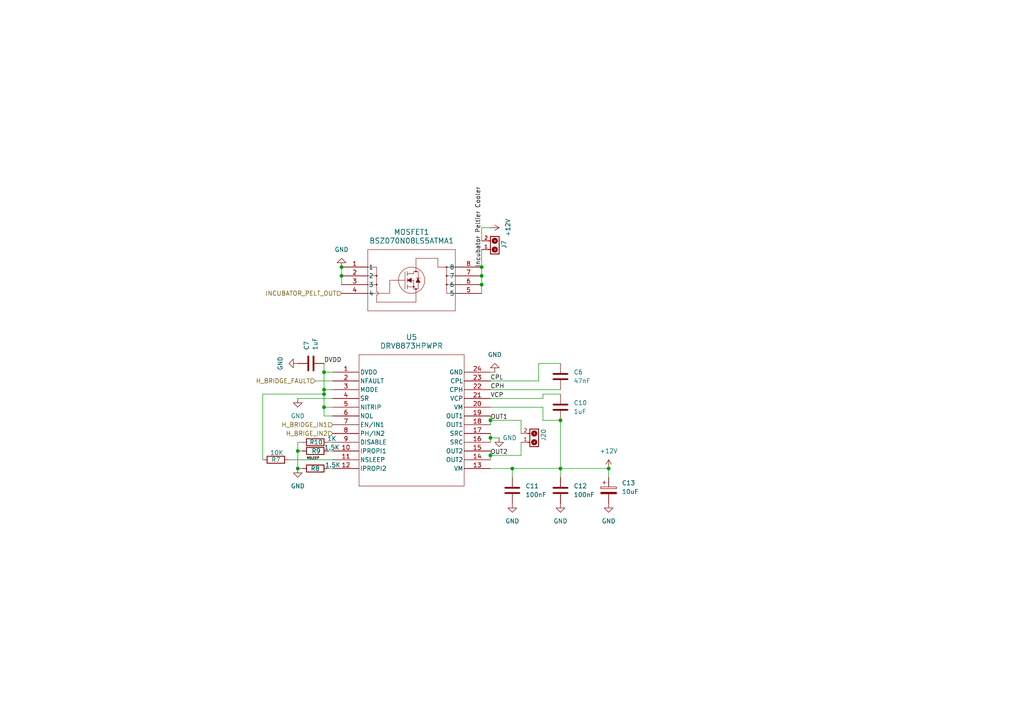
<source format=kicad_sch>
(kicad_sch (version 20231120) (generator "eeschema") (generator_version "8.0")
  (paper "A4")
  (lib_symbols
    (symbol "6620XX11122_66200211122:6620XX11122_66200211122" (pin_names (offset 1.016))
      (property "Reference" "J" (at 2.26 -0.555 0))
      (symbol "6620XX11122_66200211122_0_0"
        (circle (center -2.54 -1.27) (radius 0.254) (stroke (width 0.635)))
        (circle (center 0 -1.27) (radius 0.254) (stroke (width 0.635)))
        (polyline (pts (xy -3.81 -2.54) (xy -1.905 -2.54)) (stroke (width 0.254)))
        (polyline (pts (xy -3.81 -1.905) (xy -3.81 -2.54)) (stroke (width 0.254)))
        (polyline (pts (xy -3.81 0) (xy -3.81 -1.905)) (stroke (width 0.254)))
        (polyline (pts (xy -2.54 -3.175) (xy -2.54 -2.54)) (stroke (width 0.254)))
        (polyline (pts (xy -2.54 -1.27) (xy -2.54 -1.905)) (stroke (width 0.254)))
        (polyline (pts (xy -2.54 0) (xy -3.81 0)) (stroke (width 0.254)))
        (polyline (pts (xy -1.905 -2.54) (xy 0 -2.54)) (stroke (width 0.254)))
        (polyline (pts (xy -0.635 0) (xy -2.54 0)) (stroke (width 0.254)))
        (polyline (pts (xy 0 -3.175) (xy 0 -2.54)) (stroke (width 0.254)))
        (polyline (pts (xy 0 -2.54) (xy 1.27 -2.54)) (stroke (width 0.254)))
        (polyline (pts (xy 0 -1.27) (xy 0 -1.905)) (stroke (width 0.254)))
        (polyline (pts (xy 1.27 -2.54) (xy 1.27 -0.635)) (stroke (width 0.254)))
        (polyline (pts (xy 1.27 -0.635) (xy 1.27 0)) (stroke (width 0.254)))
        (polyline (pts (xy 1.27 0) (xy -0.635 0)) (stroke (width 0.254)))
        (pin passive line (at 0 -5.08 90) (length 2.54) (name "~") (number "1"))
        (pin passive line (at -2.54 -5.08 90) (length 2.54) (name "~") (number "2"))
      )
    )
    (symbol "BSZ070N08LS5ATMA1:BSZ070N08LS5ATMA1" (pin_names (offset 0.254))
      (property "Reference" "MOSFET" (at 20.32 10.16 0))
      (property "Value" "BSZ070N08LS5ATMA1" (at 20.32 7.62 0))
      (symbol "BSZ070N08LS5ATMA1_0_1"
        (polyline (pts (xy 7.62 -12.7) (xy 33.02 -12.7)) (stroke (width 0.127)))
        (polyline (pts (xy 7.62 -7.62) (xy 13.97 -7.62)) (stroke (width 0.127)))
        (polyline (pts (xy 7.62 -5.08) (xy 10.16 -5.08)) (stroke (width 0.127)))
        (polyline (pts (xy 7.62 -2.54) (xy 10.16 -2.54)) (stroke (width 0.127)))
        (polyline (pts (xy 7.62 0) (xy 10.16 0)) (stroke (width 0.127)))
        (polyline (pts (xy 7.62 5.08) (xy 7.62 -12.7)) (stroke (width 0.127)))
        (polyline (pts (xy 10.16 -10.16) (xy 21.59 -10.16)) (stroke (width 0.127)))
        (polyline (pts (xy 10.16 -8.128) (xy 10.16 -10.16)) (stroke (width 0.127)))
        (polyline (pts (xy 10.16 0) (xy 10.16 -7.112)) (stroke (width 0.127)))
        (polyline (pts (xy 13.97 -7.62) (xy 13.97 -3.81)) (stroke (width 0.127)))
        (polyline (pts (xy 13.97 -3.81) (xy 18.415 -3.81)) (stroke (width 0.127)))
        (polyline (pts (xy 18.415 -6.35) (xy 18.415 -1.27)) (stroke (width 0.127)))
        (polyline (pts (xy 19.05 -6.35) (xy 19.05 -5.08)) (stroke (width 0.127)))
        (polyline (pts (xy 19.05 -5.715) (xy 20.955 -5.715)) (stroke (width 0.127)))
        (polyline (pts (xy 19.05 -4.445) (xy 19.05 -3.175)) (stroke (width 0.127)))
        (polyline (pts (xy 19.05 -2.54) (xy 19.05 -1.27)) (stroke (width 0.127)))
        (polyline (pts (xy 19.05 -1.905) (xy 20.955 -1.905)) (stroke (width 0.127)))
        (polyline (pts (xy 20.32 -3.81) (xy 20.955 -3.81)) (stroke (width 0.127)))
        (polyline (pts (xy 20.955 -6.35) (xy 20.955 -3.81)) (stroke (width 0.127)))
        (polyline (pts (xy 20.955 -6.35) (xy 22.225 -6.35)) (stroke (width 0.127)))
        (polyline (pts (xy 20.955 -1.905) (xy 20.955 -1.27)) (stroke (width 0.127)))
        (polyline (pts (xy 20.955 -1.27) (xy 22.225 -1.27)) (stroke (width 0.127)))
        (polyline (pts (xy 21.59 -10.16) (xy 21.59 -6.35)) (stroke (width 0.127)))
        (polyline (pts (xy 21.59 2.54) (xy 21.59 -1.27)) (stroke (width 0.127)))
        (polyline (pts (xy 22.225 -6.35) (xy 22.225 -4.445)) (stroke (width 0.127)))
        (polyline (pts (xy 22.225 -3.175) (xy 22.225 -1.27)) (stroke (width 0.127)))
        (polyline (pts (xy 22.86 -3.175) (xy 21.59 -3.175)) (stroke (width 0.127)))
        (polyline (pts (xy 27.94 0) (xy 27.94 2.54)) (stroke (width 0.127)))
        (polyline (pts (xy 27.94 2.54) (xy 21.59 2.54)) (stroke (width 0.127)))
        (polyline (pts (xy 30.48 -7.62) (xy 30.48 0)) (stroke (width 0.127)))
        (polyline (pts (xy 33.02 -12.7) (xy 33.02 5.08)) (stroke (width 0.127)))
        (polyline (pts (xy 33.02 -7.62) (xy 30.48 -7.62)) (stroke (width 0.127)))
        (polyline (pts (xy 33.02 -5.08) (xy 30.48 -5.08)) (stroke (width 0.127)))
        (polyline (pts (xy 33.02 -2.54) (xy 30.48 -2.54)) (stroke (width 0.127)))
        (polyline (pts (xy 33.02 0) (xy 27.94 0)) (stroke (width 0.127)))
        (polyline (pts (xy 33.02 5.08) (xy 7.62 5.08)) (stroke (width 0.127)))
        (polyline (pts (xy 20.32 -3.175) (xy 19.05 -3.81) (xy 20.32 -4.445)) (fill (type outline)))
        (polyline (pts (xy 22.86 -4.445) (xy 21.59 -4.445) (xy 22.225 -3.175)) (fill (type outline)))
        (arc (start 10.16 -8.128) (mid 10.6657 -7.62) (end 10.16 -7.112) (stroke (width 0.127)))
        (circle (center 10.16 -5.08) (radius 0.127) (stroke (width 0.254)))
        (circle (center 10.16 -2.54) (radius 0.127) (stroke (width 0.254)))
        (circle (center 20.32 -3.81) (radius 3.81) (stroke (width 0.127)))
        (circle (center 20.955 -5.715) (radius 0.127) (stroke (width 0.254)))
        (circle (center 21.59 -6.35) (radius 0.127) (stroke (width 0.254)))
        (circle (center 21.59 -1.27) (radius 0.127) (stroke (width 0.254)))
        (circle (center 30.48 -5.08) (radius 0.127) (stroke (width 0.254)))
        (circle (center 30.48 -2.54) (radius 0.127) (stroke (width 0.254)))
        (circle (center 30.48 0) (radius 0.127) (stroke (width 0.254)))
        (pin unspecified line (at 0 0 0) (length 7.62) (name "1") (number "1"))
        (pin unspecified line (at 0 -2.54 0) (length 7.62) (name "2") (number "2"))
        (pin unspecified line (at 0 -5.08 0) (length 7.62) (name "3") (number "3"))
        (pin unspecified line (at 0 -7.62 0) (length 7.62) (name "4") (number "4"))
        (pin unspecified line (at 40.64 -7.62 180) (length 7.62) (name "5") (number "5"))
        (pin unspecified line (at 40.64 -5.08 180) (length 7.62) (name "6") (number "6"))
        (pin unspecified line (at 40.64 -2.54 180) (length 7.62) (name "7") (number "7"))
        (pin unspecified line (at 40.64 0 180) (length 7.62) (name "8") (number "8"))
      )
    )
    (symbol "DRV8873HPWPR:DRV8873HPWPR" (pin_names (offset 0.254))
      (property "Reference" "U" (at 22.86 10.16 0))
      (property "Value" "DRV8873HPWPR" (at 22.86 7.62 0))
      (symbol "DRV8873HPWPR_0_1"
        (polyline (pts (xy 7.62 -33.02) (xy 38.1 -33.02)) (stroke (width 0.127)))
        (polyline (pts (xy 7.62 5.08) (xy 7.62 -33.02)) (stroke (width 0.127)))
        (polyline (pts (xy 38.1 -33.02) (xy 38.1 5.08)) (stroke (width 0.127)))
        (polyline (pts (xy 38.1 5.08) (xy 7.62 5.08)) (stroke (width 0.127)))
        (pin power_in line (at 0 0 0) (length 7.62) (name "DVDD") (number "1"))
        (pin output line (at 0 -22.86 0) (length 7.62) (name "IPROPI1") (number "10"))
        (pin input line (at 0 -25.4 0) (length 7.62) (name "NSLEEP") (number "11"))
        (pin output line (at 0 -27.94 0) (length 7.62) (name "IPROPI2") (number "12"))
        (pin power_in line (at 45.72 -27.94 180) (length 7.62) (name "VM") (number "13"))
        (pin output line (at 45.72 -25.4 180) (length 7.62) (name "OUT2") (number "14"))
        (pin output line (at 45.72 -22.86 180) (length 7.62) (name "OUT2") (number "15"))
        (pin output line (at 45.72 -20.32 180) (length 7.62) (name "SRC") (number "16"))
        (pin output line (at 45.72 -17.78 180) (length 7.62) (name "SRC") (number "17"))
        (pin output line (at 45.72 -15.24 180) (length 7.62) (name "OUT1") (number "18"))
        (pin output line (at 45.72 -12.7 180) (length 7.62) (name "OUT1") (number "19"))
        (pin output line (at 0 -2.54 0) (length 7.62) (name "NFAULT") (number "2"))
        (pin power_in line (at 45.72 -10.16 180) (length 7.62) (name "VM") (number "20"))
        (pin power_in line (at 45.72 -7.62 180) (length 7.62) (name "VCP") (number "21"))
        (pin unspecified line (at 45.72 -5.08 180) (length 7.62) (name "CPH") (number "22"))
        (pin unspecified line (at 45.72 -2.54 180) (length 7.62) (name "CPL") (number "23"))
        (pin power_in line (at 45.72 0 180) (length 7.62) (name "GND") (number "24"))
        (pin input line (at 0 -5.08 0) (length 7.62) (name "MODE") (number "3"))
        (pin input line (at 0 -7.62 0) (length 7.62) (name "SR") (number "4"))
        (pin input line (at 0 -10.16 0) (length 7.62) (name "NITRIP") (number "5"))
        (pin input line (at 0 -12.7 0) (length 7.62) (name "NOL") (number "6"))
        (pin input line (at 0 -15.24 0) (length 7.62) (name "EN/IN1") (number "7"))
        (pin input line (at 0 -17.78 0) (length 7.62) (name "PH/IN2") (number "8"))
        (pin input line (at 0 -20.32 0) (length 7.62) (name "DISABLE") (number "9"))
      )
    )
    (symbol "Device:C" (pin_numbers hide) (pin_names (offset 0.254))
      (property "Reference" "C" (at 0.635 2.54 0))
      (property "Value" "C" (at 0.635 -2.54 0))
      (symbol "C_0_1"
        (polyline (pts (xy -2.032 -0.762) (xy 2.032 -0.762)) (stroke (width 0.508)))
        (polyline (pts (xy -2.032 0.762) (xy 2.032 0.762)) (stroke (width 0.508)))
      )
      (symbol "C_1_1"
        (pin passive line (at 0 3.81 270) (length 2.794) (name "~") (number "1"))
        (pin passive line (at 0 -3.81 90) (length 2.794) (name "~") (number "2"))
      )
    )
    (symbol "Device:C_Polarized" (pin_numbers hide) (pin_names (offset 0.254))
      (property "Reference" "C" (at 0.635 2.54 0))
      (property "Value" "C_Polarized" (at 0.635 -2.54 0))
      (symbol "C_Polarized_0_1"
        (rectangle (start -2.286 0.508) (end 2.286 1.016))
        (polyline (pts (xy -1.778 2.286) (xy -0.762 2.286)))
        (polyline (pts (xy -1.27 2.794) (xy -1.27 1.778)))
        (rectangle (start 2.286 -0.508) (end -2.286 -1.016) (fill (type outline)))
      )
      (symbol "C_Polarized_1_1"
        (pin passive line (at 0 3.81 270) (length 2.794) (name "~") (number "1"))
        (pin passive line (at 0 -3.81 90) (length 2.794) (name "~") (number "2"))
      )
    )
    (symbol "Device:R" (pin_numbers hide) (pin_names (offset 0))
      (property "Reference" "R" (at 2.032 0 90))
      (property "Value" "R" (at 0 0 90))
      (symbol "R_0_1"
        (rectangle (start -1.016 -2.54) (end 1.016 2.54) (stroke (width 0.254)))
      )
      (symbol "R_1_1"
        (pin passive line (at 0 3.81 270) (length 1.27) (name "~") (number "1"))
        (pin passive line (at 0 -3.81 90) (length 1.27) (name "~") (number "2"))
      )
    )
    (symbol "power:+12V" (power) (pin_numbers hide) (pin_names (offset 0) hide)
      (property "Value" "+12V" (at 0 3.556 0))
      (symbol "+12V_0_1"
        (polyline (pts (xy -0.762 1.27) (xy 0 2.54)))
        (polyline (pts (xy 0 0) (xy 0 2.54)))
        (polyline (pts (xy 0 2.54) (xy 0.762 1.27)))
      )
      (symbol "+12V_1_1"
        (pin power_in line (at 0 0 90) (length 0) (name "~") (number "1"))
      )
    )
    (symbol "power:+5V" (power) (pin_numbers hide) (pin_names (offset 0) hide)
      (property "Value" "+5V" (at 0 3.556 0))
      (symbol "+5V_0_1"
        (polyline (pts (xy -0.762 1.27) (xy 0 2.54)))
        (polyline (pts (xy 0 0) (xy 0 2.54)))
        (polyline (pts (xy 0 2.54) (xy 0.762 1.27)))
      )
      (symbol "+5V_1_1"
        (pin power_in line (at 0 0 90) (length 0) (name "~") (number "1"))
      )
    )
    (symbol "power:GND" (power) (pin_numbers hide) (pin_names (offset 0) hide)
      (property "Value" "GND" (at 0 -3.81 0))
      (symbol "GND_0_1"
        (polyline (pts (xy 0 0) (xy 0 -1.27) (xy 1.27 -1.27) (xy 0 -2.54) (xy -1.27 -1.27) (xy 0 -1.27)))
      )
      (symbol "GND_1_1"
        (pin power_in line (at 0 0 270) (length 0) (name "~") (number "1"))
      )
    )
  )
  (junction (at 86.36 135.89))
  (junction (at 142.24 132.08))
  (junction (at 162.56 121.92))
  (junction (at 139.7 82.55))
  (junction (at 142.24 127))
  (junction (at 99.06 77.47))
  (junction (at 93.98 113.03))
  (junction (at 93.98 118.11))
  (junction (at 139.7 80.01))
  (junction (at 142.24 121.92))
  (junction (at 139.7 77.47))
  (junction (at 148.59 135.89))
  (junction (at 176.53 135.89))
  (junction (at 86.36 130.81))
  (junction (at 162.56 135.89))
  (junction (at 93.98 114.3))
  (junction (at 93.98 107.95))
  (junction (at 99.06 80.01))
  (wire (pts (xy 142.24 125.73) (xy 142.24 127)))
  (wire (pts (xy 157.48 118.11) (xy 142.24 118.11)))
  (wire (pts (xy 142.24 132.08) (xy 151.13 132.08)))
  (wire (pts (xy 93.98 120.65) (xy 93.98 118.11)))
  (wire (pts (xy 139.7 80.01) (xy 139.7 82.55)))
  (wire (pts (xy 162.56 121.92) (xy 157.48 121.92)))
  (wire (pts (xy 142.24 66.04) (xy 139.7 66.04)))
  (wire (pts (xy 76.2 114.3) (xy 93.98 114.3)))
  (wire (pts (xy 176.53 138.43) (xy 176.53 135.89)))
  (wire (pts (xy 156.21 105.41) (xy 156.21 110.49)))
  (wire (pts (xy 142.24 127) (xy 142.24 128.27)))
  (wire (pts (xy 142.24 120.65) (xy 142.24 121.92)))
  (wire (pts (xy 93.98 114.3) (xy 93.98 113.03)))
  (wire (pts (xy 95.25 135.89) (xy 96.52 135.89)))
  (wire (pts (xy 142.24 113.03) (xy 162.56 113.03)))
  (wire (pts (xy 142.24 121.92) (xy 151.13 121.92)))
  (wire (pts (xy 151.13 132.08) (xy 151.13 128.27)))
  (wire (pts (xy 99.06 80.01) (xy 99.06 82.55)))
  (wire (pts (xy 86.36 128.27) (xy 86.36 130.81)))
  (wire (pts (xy 139.7 69.85) (xy 139.7 66.04)))
  (wire (pts (xy 86.36 135.89) (xy 87.63 135.89)))
  (wire (pts (xy 151.13 121.92) (xy 151.13 125.73)))
  (wire (pts (xy 156.21 110.49) (xy 142.24 110.49)))
  (wire (pts (xy 96.52 110.49) (xy 91.44 110.49)))
  (wire (pts (xy 142.24 130.81) (xy 142.24 132.08)))
  (wire (pts (xy 148.59 138.43) (xy 148.59 135.89)))
  (wire (pts (xy 76.2 114.3) (xy 76.2 133.35)))
  (wire (pts (xy 148.59 135.89) (xy 162.56 135.89)))
  (wire (pts (xy 87.63 130.81) (xy 86.36 130.81)))
  (wire (pts (xy 157.48 114.3) (xy 157.48 115.57)))
  (wire (pts (xy 86.36 130.81) (xy 86.36 135.89)))
  (wire (pts (xy 162.56 138.43) (xy 162.56 135.89)))
  (wire (pts (xy 93.98 118.11) (xy 93.98 114.3)))
  (wire (pts (xy 144.78 127) (xy 142.24 127)))
  (wire (pts (xy 96.52 120.65) (xy 93.98 120.65)))
  (wire (pts (xy 139.7 77.47) (xy 139.7 72.39)))
  (wire (pts (xy 95.25 128.27) (xy 96.52 128.27)))
  (wire (pts (xy 99.06 77.47) (xy 99.06 80.01)))
  (wire (pts (xy 95.25 130.81) (xy 96.52 130.81)))
  (wire (pts (xy 176.53 135.89) (xy 162.56 135.89)))
  (wire (pts (xy 86.36 115.57) (xy 96.52 115.57)))
  (wire (pts (xy 139.7 77.47) (xy 139.7 80.01)))
  (wire (pts (xy 93.98 107.95) (xy 96.52 107.95)))
  (wire (pts (xy 142.24 135.89) (xy 148.59 135.89)))
  (wire (pts (xy 156.21 105.41) (xy 162.56 105.41)))
  (wire (pts (xy 139.7 82.55) (xy 139.7 85.09)))
  (wire (pts (xy 96.52 118.11) (xy 93.98 118.11)))
  (wire (pts (xy 157.48 115.57) (xy 142.24 115.57)))
  (wire (pts (xy 93.98 113.03) (xy 93.98 107.95)))
  (wire (pts (xy 86.36 128.27) (xy 87.63 128.27)))
  (wire (pts (xy 93.98 105.41) (xy 93.98 107.95)))
  (wire (pts (xy 142.24 121.92) (xy 142.24 123.19)))
  (wire (pts (xy 83.82 133.35) (xy 96.52 133.35)))
  (wire (pts (xy 157.48 121.92) (xy 157.48 118.11)))
  (wire (pts (xy 93.98 113.03) (xy 96.52 113.03)))
  (wire (pts (xy 162.56 135.89) (xy 162.56 121.92)))
  (wire (pts (xy 162.56 114.3) (xy 157.48 114.3)))
  (wire (pts (xy 142.24 132.08) (xy 142.24 133.35)))
  (wire (pts (xy 143.51 107.95) (xy 142.24 107.95)))
  (label "CPH" (at 142.24 113.03 0))
  (label "OUT1" (at 142.24 121.92 0))
  (label "NSLEEP" (at 88.9 133.35 0) (effects (font (size 0.635 0.635))))
  (label "CPL" (at 142.24 110.49 0))
  (label "DVDD" (at 93.98 105.41 0))
  (label "OUT2" (at 142.24 132.08 0))
  (label "VCP" (at 142.24 115.57 0))
  (label "Incubator Peltier Cooler" (at 139.7 77.47 90))
  (hierarchical_label "H_BRIDGE_FAULT" (shape input) (at 91.44 110.49 180))
  (hierarchical_label "H_BRIDGE_IN1" (shape input) (at 96.52 123.19 180))
  (hierarchical_label "INCUBATOR_PELT_OUT" (shape input) (at 99.06 85.09 180))
  (hierarchical_label "H_BRIGE_IN2" (shape input) (at 96.52 125.73 180))
  (symbol (lib_id "power:GND") (at 99.06 77.47 180) (unit 1)
    (property "Reference" "#PWR012" (effects (hide yes)))
    (property "Value" "GND" (at 99.06 72.39 0))
    (property "Description" "Power symbol creates a global label with name \"GND\" , ground" (effects (hide yes)))
  )
  (symbol (lib_id "power:GND") (at 86.36 115.57 0) (unit 1)
    (property "Reference" "#PWR060" (effects (hide yes)))
    (property "Value" "GND" (at 86.36 120.65 0))
    (property "Description" "Power symbol creates a global label with name \"GND\" , ground" (effects (hide yes)))
  )
  (symbol (lib_id "Device:C") (at 162.56 142.24 0) (unit 1)
    (property "Reference" "C12" (at 166.37 140.9699 0) (effects (justify left)))
    (property "Value" "100nF" (at 166.37 143.5099 0) (effects (justify left)))
    (property "Footprint" "Capacitor_SMD:C_0402_1005Metric" (effects (hide yes)))
    (property "Description" "Unpolarized capacitor Ceramic" (effects (hide yes)))
  )
  (symbol (lib_id "6620XX11122_66200211122:6620XX11122_66200211122") (at 156.21 128.27 270) (unit 1)
    (property "Reference" "J20" (at 157.6324 127.9906 0) (effects (justify right)))
    (property "Value" "6620XX11122_66200211122" (effects (hide yes)))
    (property "Footprint" "1x02_socket_66200211122.pretty:66200211122" (effects (hide yes)))
    (property "TOL-R" "max." (effects (hide yes)))
    (property "ROWS" "Single" (effects (hide yes)))
    (property "CONTACT-RESISTANCE" "10Ohm" (effects (hide yes)))
    (property "GENDER" "Male" (effects (hide yes)))
    (property "MOUNT" "THT" (effects (hide yes)))
    (property "IR" "5A" (effects (hide yes)))
    (property "VALUE" "66200211122" (effects (hide yes)))
    (property "PART-NUMBER" "66200211122" (effects (hide yes)))
    (property "DATASHEET-URL" "https://www.we-online.com/redexpert/spec/66200211122?ae" (effects (hide yes)))
    (property "WORKING-VOLTAGE" "250V(AC)" (effects (hide yes)))
    (property "PINS" "2" (effects (hide yes)))
    (property "PITCH" "3mm" (effects (hide yes)))
    (property "TYPE" "Vertical" (effects (hide yes)))
  )
  (symbol (lib_id "power:GND") (at 176.53 146.05 0) (unit 1)
    (property "Reference" "#PWR058" (effects (hide yes)))
    (property "Value" "GND" (at 176.53 151.13 0))
    (property "Description" "Power symbol creates a global label with name \"GND\" , ground" (effects (hide yes)))
  )
  (symbol (lib_id "power:GND") (at 144.78 127 0) (unit 1)
    (property "Reference" "#PWR050" (effects (hide yes)))
    (property "Value" "GND" (at 147.828 127 0))
    (property "Description" "Power symbol creates a global label with name \"GND\" , ground" (effects (hide yes)))
  )
  (symbol (lib_id "Device:R") (at 91.44 128.27 90) (unit 1)
    (property "Reference" "R10" (at 91.694 128.27 90))
    (property "Value" "1K" (at 96.266 127.254 90))
    (property "Footprint" "Resistor_SMD:R_0201_0603Metric" (effects (hide yes)))
    (property "Description" "Resistor" (effects (hide yes)))
  )
  (symbol (lib_id "power:+12V") (at 176.53 135.89 0) (unit 1)
    (property "Reference" "#PWR059" (effects (hide yes)))
    (property "Value" "+12V" (at 176.53 130.81 0))
    (property "Description" "Power symbol creates a global label with name \"+12V\"" (effects (hide yes)))
  )
  (symbol (lib_id "power:+5V") (at 142.24 66.04 270) (unit 1)
    (property "Reference" "#PWR053" (effects (hide yes)))
    (property "Value" "+12V" (at 147.32 66.04 0))
    (property "Description" "Power symbol creates a global label with name \"+5V\"" (effects (hide yes)))
  )
  (symbol (lib_id "Device:C") (at 148.59 142.24 0) (unit 1)
    (property "Reference" "C11" (at 152.4 140.9699 0) (effects (justify left)))
    (property "Value" "100nF" (at 152.4 143.5099 0) (effects (justify left)))
    (property "Footprint" "Capacitor_SMD:C_0402_1005Metric" (effects (hide yes)))
    (property "Description" "Unpolarized capacitor Ceramic" (effects (hide yes)))
  )
  (symbol (lib_id "BSZ070N08LS5ATMA1:BSZ070N08LS5ATMA1") (at 99.06 77.47 0) (unit 1)
    (property "Reference" "MOSFET1" (at 119.38 67.31 0) (effects (font (size 1.524 1.524))))
    (property "Value" "BSZ070N08LS5ATMA1" (at 119.38 69.85 0) (effects (font (size 1.524 1.524))))
    (property "Footprint" "BSZ070N08LS5ATMA1:TSDSON-8-FL_INF" (effects (hide yes)))
    (property "Datasheet" "BSZ070N08LS5ATMA1" (effects (hide yes)))
  )
  (symbol (lib_id "power:GND") (at 86.36 135.89 0) (unit 1)
    (property "Reference" "#PWR057" (effects (hide yes)))
    (property "Value" "GND" (at 86.36 140.97 0))
    (property "Description" "Power symbol creates a global label with name \"GND\" , ground" (effects (hide yes)))
  )
  (symbol (lib_id "power:GND") (at 148.59 146.05 0) (unit 1)
    (property "Reference" "#PWR054" (effects (hide yes)))
    (property "Value" "GND" (at 148.59 151.13 0))
    (property "Description" "Power symbol creates a global label with name \"GND\" , ground" (effects (hide yes)))
  )
  (symbol (lib_id "Device:R") (at 91.44 135.89 90) (unit 1)
    (property "Reference" "R8" (at 91.44 135.89 90))
    (property "Value" "1.5K" (at 96.52 134.874 90))
    (property "Footprint" "Resistor_SMD:R_0201_0603Metric" (effects (hide yes)))
    (property "Description" "Resistor" (effects (hide yes)))
  )
  (symbol (lib_id "Device:C_Polarized") (at 176.53 142.24 0) (unit 1)
    (property "Reference" "C13" (at 180.34 140.0809 0) (effects (justify left)))
    (property "Value" "10uF" (at 180.34 142.6209 0) (effects (justify left)))
    (property "Footprint" "Capacitor_SMD:CP_Elec_3x5.3" (effects (hide yes)))
    (property "Description" "Polarized capacitor" (effects (hide yes)))
  )
  (symbol (lib_id "Device:R") (at 80.01 133.35 90) (unit 1)
    (property "Reference" "R7" (at 80.01 133.35 90))
    (property "Value" "10K" (at 80.264 131.318 90))
    (property "Footprint" "Resistor_SMD:R_0201_0603Metric" (effects (hide yes)))
    (property "Description" "Resistor" (effects (hide yes)))
  )
  (symbol (lib_id "Device:R") (at 91.44 130.81 90) (unit 1)
    (property "Reference" "R9" (at 91.694 130.81 90))
    (property "Value" "1.5K" (at 96.266 129.794 90))
    (property "Footprint" "Resistor_SMD:R_0201_0603Metric" (effects (hide yes)))
    (property "Description" "Resistor" (effects (hide yes)))
  )
  (symbol (lib_id "power:GND") (at 143.51 107.95 180) (unit 1)
    (property "Reference" "#PWR038" (effects (hide yes)))
    (property "Value" "GND" (at 143.51 102.87 0))
    (property "Description" "Power symbol creates a global label with name \"GND\" , ground" (effects (hide yes)))
  )
  (symbol (lib_id "Device:C") (at 162.56 118.11 0) (unit 1)
    (property "Reference" "C10" (at 166.37 116.8399 0) (effects (justify left)))
    (property "Value" "1uF" (at 166.37 119.3799 0) (effects (justify left)))
    (property "Footprint" "Capacitor_SMD:C_0402_1005Metric" (effects (hide yes)))
    (property "Description" "Unpolarized capacitor 16V Ceramic" (effects (hide yes)))
  )
  (symbol (lib_id "DRV8873HPWPR:DRV8873HPWPR") (at 96.52 107.95 0) (unit 1)
    (property "Reference" "U5" (at 119.38 97.79 0) (effects (font (size 1.524 1.524))))
    (property "Value" "DRV8873HPWPR" (at 119.38 100.33 0) (effects (font (size 1.524 1.524))))
    (property "Footprint" "DRV8873HPWPR.pretty:PWP24_TEX" (effects (hide yes)))
    (property "Datasheet" "DRV8873HPWPR" (effects (hide yes)))
  )
  (symbol (lib_id "power:GND") (at 162.56 146.05 0) (unit 1)
    (property "Reference" "#PWR055" (effects (hide yes)))
    (property "Value" "GND" (at 162.56 151.13 0))
    (property "Description" "Power symbol creates a global label with name \"GND\" , ground" (effects (hide yes)))
  )
  (symbol (lib_id "power:GND") (at 86.36 105.41 270) (unit 1)
    (property "Reference" "#PWR049" (effects (hide yes)))
    (property "Value" "GND" (at 81.28 105.41 0))
    (property "Description" "Power symbol creates a global label with name \"GND\" , ground" (effects (hide yes)))
  )
  (symbol (lib_id "Device:C") (at 90.17 105.41 90) (unit 1)
    (property "Reference" "C7" (at 88.8999 101.6 0) (effects (justify left)))
    (property "Value" "1uF" (at 91.4399 101.6 0) (effects (justify left)))
    (property "Footprint" "Capacitor_SMD:C_0201_0603Metric" (effects (hide yes)))
    (property "Description" "Unpolarized capacitor 6.3V Ceramic" (effects (hide yes)))
  )
  (symbol (lib_id "Device:C") (at 162.56 109.22 0) (unit 1)
    (property "Reference" "C6" (at 166.37 107.9499 0) (effects (justify left)))
    (property "Value" "47nF" (at 166.37 110.4899 0) (effects (justify left)))
    (property "Footprint" "Capacitor_SMD:C_0402_1005Metric" (effects (hide yes)))
    (property "Description" "Unpolarized capacitor (X7R)" (effects (hide yes)))
  )
  (symbol (lib_id "6620XX11122_66200211122:6620XX11122_66200211122") (at 144.78 72.39 270) (unit 1)
    (property "Reference" "J7" (at 146.2024 72.1106 0) (effects (justify right)))
    (property "Value" "6620XX11122_66200211122" (effects (hide yes)))
    (property "Footprint" "1x02_socket_66200211122.pretty:66200211122" (effects (hide yes)))
    (property "TOL-R" "max." (effects (hide yes)))
    (property "ROWS" "Single" (effects (hide yes)))
    (property "CONTACT-RESISTANCE" "10Ohm" (effects (hide yes)))
    (property "GENDER" "Male" (effects (hide yes)))
    (property "MOUNT" "THT" (effects (hide yes)))
    (property "IR" "5A" (effects (hide yes)))
    (property "VALUE" "66200211122" (effects (hide yes)))
    (property "PART-NUMBER" "66200211122" (effects (hide yes)))
    (property "DATASHEET-URL" "https://www.we-online.com/redexpert/spec/66200211122?ae" (effects (hide yes)))
    (property "WORKING-VOLTAGE" "250V(AC)" (effects (hide yes)))
    (property "PINS" "2" (effects (hide yes)))
    (property "PITCH" "3mm" (effects (hide yes)))
    (property "TYPE" "Vertical" (effects (hide yes)))
  )
)
</source>
